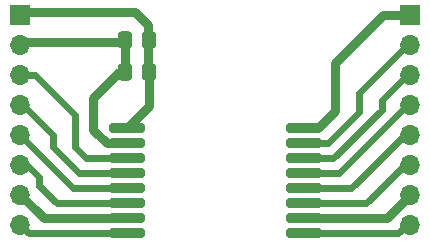
<source format=gbr>
%TF.GenerationSoftware,KiCad,Pcbnew,6.0.4-6f826c9f35~116~ubuntu20.04.1*%
%TF.CreationDate,2022-04-01T00:26:04-05:00*%
%TF.ProjectId,LoRa_ E28-2G4M27S,4c6f5261-5f20-4453-9238-2d3247344d32,rev?*%
%TF.SameCoordinates,Original*%
%TF.FileFunction,Copper,L1,Top*%
%TF.FilePolarity,Positive*%
%FSLAX46Y46*%
G04 Gerber Fmt 4.6, Leading zero omitted, Abs format (unit mm)*
G04 Created by KiCad (PCBNEW 6.0.4-6f826c9f35~116~ubuntu20.04.1) date 2022-04-01 00:26:04*
%MOMM*%
%LPD*%
G01*
G04 APERTURE LIST*
G04 Aperture macros list*
%AMRoundRect*
0 Rectangle with rounded corners*
0 $1 Rounding radius*
0 $2 $3 $4 $5 $6 $7 $8 $9 X,Y pos of 4 corners*
0 Add a 4 corners polygon primitive as box body*
4,1,4,$2,$3,$4,$5,$6,$7,$8,$9,$2,$3,0*
0 Add four circle primitives for the rounded corners*
1,1,$1+$1,$2,$3*
1,1,$1+$1,$4,$5*
1,1,$1+$1,$6,$7*
1,1,$1+$1,$8,$9*
0 Add four rect primitives between the rounded corners*
20,1,$1+$1,$2,$3,$4,$5,0*
20,1,$1+$1,$4,$5,$6,$7,0*
20,1,$1+$1,$6,$7,$8,$9,0*
20,1,$1+$1,$8,$9,$2,$3,0*%
G04 Aperture macros list end*
%TA.AperFunction,SMDPad,CuDef*%
%ADD10RoundRect,0.200000X-1.300000X-0.200000X1.300000X-0.200000X1.300000X0.200000X-1.300000X0.200000X0*%
%TD*%
%TA.AperFunction,ComponentPad*%
%ADD11O,1.700000X1.700000*%
%TD*%
%TA.AperFunction,ComponentPad*%
%ADD12R,1.700000X1.700000*%
%TD*%
%TA.AperFunction,SMDPad,CuDef*%
%ADD13RoundRect,0.250000X0.337500X0.475000X-0.337500X0.475000X-0.337500X-0.475000X0.337500X-0.475000X0*%
%TD*%
%TA.AperFunction,Conductor*%
%ADD14C,0.800000*%
%TD*%
%TA.AperFunction,Conductor*%
%ADD15C,0.600000*%
%TD*%
G04 APERTURE END LIST*
D10*
%TO.P,U1,16,GND*%
%TO.N,GND*%
X143433939Y-78410000D03*
%TO.P,U1,15,DI03*%
%TO.N,Net-(U1-Pad15)*%
X143433939Y-79680000D03*
%TO.P,U1,14,DI02*%
%TO.N,Net-(U1-Pad14)*%
X143433939Y-80950000D03*
%TO.P,U1,13,DI01*%
%TO.N,Net-(U1-Pad13)*%
X143433939Y-82220000D03*
%TO.P,U1,12,BUSY*%
%TO.N,Net-(U1-Pad12)*%
X143433939Y-83490000D03*
%TO.P,U1,11,NRESET*%
%TO.N,Net-(U1-Pad11)*%
X143433939Y-84760000D03*
%TO.P,U1,10,GND*%
%TO.N,GND*%
X143415000Y-86017679D03*
%TO.P,U1,9,TX_EN*%
%TO.N,Net-(U1-Pad9)*%
X143433939Y-87300000D03*
%TO.P,U1,8,RX_EN*%
%TO.N,Net-(J1-Pad8)*%
X128433939Y-87300000D03*
%TO.P,U1,7,GND*%
%TO.N,GND*%
X128415000Y-86017679D03*
%TO.P,U1,6,NSS_CTS*%
%TO.N,Net-(J1-Pad6)*%
X128433939Y-84760000D03*
%TO.P,U1,5,SCK_RTS*%
%TO.N,Net-(J1-Pad5)*%
X128433939Y-83490000D03*
%TO.P,U1,4,MOSI_RX*%
%TO.N,Net-(J1-Pad4)*%
X128433939Y-82220000D03*
%TO.P,U1,3,MISO_TX*%
%TO.N,Net-(J1-Pad3)*%
X128433939Y-80950000D03*
%TO.P,U1,2,GND*%
%TO.N,GND*%
X128433939Y-79680000D03*
%TO.P,U1,1,3.3V*%
%TO.N,Net-(J1-Pad1)*%
X128433939Y-78410000D03*
%TD*%
D11*
%TO.P,J2,8,Pin_8*%
%TO.N,Net-(U1-Pad9)*%
X152400000Y-86614000D03*
%TO.P,J2,7,Pin_7*%
%TO.N,GND*%
X152400000Y-84074000D03*
%TO.P,J2,6,Pin_6*%
%TO.N,Net-(U1-Pad11)*%
X152400000Y-81534000D03*
%TO.P,J2,5,Pin_5*%
%TO.N,Net-(U1-Pad12)*%
X152400000Y-78994000D03*
%TO.P,J2,4,Pin_4*%
%TO.N,Net-(U1-Pad13)*%
X152400000Y-76454000D03*
%TO.P,J2,3,Pin_3*%
%TO.N,Net-(U1-Pad14)*%
X152400000Y-73914000D03*
%TO.P,J2,2,Pin_2*%
%TO.N,Net-(U1-Pad15)*%
X152400000Y-71374000D03*
D12*
%TO.P,J2,1,Pin_1*%
%TO.N,GND*%
X152400000Y-68834000D03*
%TD*%
D11*
%TO.P,J1,8,Pin_8*%
%TO.N,Net-(J1-Pad8)*%
X119380000Y-86614000D03*
%TO.P,J1,7,Pin_7*%
%TO.N,GND*%
X119380000Y-84074000D03*
%TO.P,J1,6,Pin_6*%
%TO.N,Net-(J1-Pad6)*%
X119380000Y-81534000D03*
%TO.P,J1,5,Pin_5*%
%TO.N,Net-(J1-Pad5)*%
X119380000Y-78994000D03*
%TO.P,J1,4,Pin_4*%
%TO.N,Net-(J1-Pad4)*%
X119380000Y-76454000D03*
%TO.P,J1,3,Pin_3*%
%TO.N,Net-(J1-Pad3)*%
X119380000Y-73914000D03*
%TO.P,J1,2,Pin_2*%
%TO.N,GND*%
X119380000Y-71374000D03*
D12*
%TO.P,J1,1,Pin_1*%
%TO.N,Net-(J1-Pad1)*%
X119380000Y-68834000D03*
%TD*%
D13*
%TO.P,C2,1*%
%TO.N,Net-(J1-Pad1)*%
X130300000Y-73600000D03*
%TO.P,C2,2*%
%TO.N,GND*%
X128225000Y-73600000D03*
%TD*%
%TO.P,C1,1*%
%TO.N,Net-(J1-Pad1)*%
X130300000Y-70900000D03*
%TO.P,C1,2*%
%TO.N,GND*%
X128225000Y-70900000D03*
%TD*%
D14*
%TO.N,Net-(J1-Pad1)*%
X119100000Y-68520000D02*
X129052000Y-68520000D01*
X129052000Y-68520000D02*
X130175000Y-69643000D01*
X130175000Y-69643000D02*
X130175000Y-73475000D01*
X130175000Y-73475000D02*
X130300000Y-73600000D01*
D15*
%TO.N,Net-(U1-Pad14)*%
X143433939Y-80950000D02*
X145872000Y-80950000D01*
X145872000Y-80950000D02*
X150000000Y-76822000D01*
X150000000Y-76822000D02*
X150000000Y-76000000D01*
X150000000Y-76000000D02*
X152400000Y-73600000D01*
%TO.N,Net-(U1-Pad15)*%
X143433939Y-79680000D02*
X145420000Y-79680000D01*
X145420000Y-79680000D02*
X148082000Y-77018000D01*
X148082000Y-77018000D02*
X148082000Y-75438000D01*
X148082000Y-75438000D02*
X152400000Y-71120000D01*
X152400000Y-71120000D02*
X152400000Y-71060000D01*
%TO.N,Net-(J1-Pad3)*%
X128433939Y-80950000D02*
X124950000Y-80950000D01*
X124950000Y-80950000D02*
X124000000Y-80000000D01*
X124000000Y-80000000D02*
X124000000Y-77264000D01*
X120650000Y-73914000D02*
X119380000Y-73914000D01*
X124000000Y-77264000D02*
X120650000Y-73914000D01*
X119380000Y-73914000D02*
X119100000Y-73634000D01*
X119100000Y-73634000D02*
X119100000Y-73600000D01*
%TO.N,Net-(J1-Pad4)*%
X128433939Y-82220000D02*
X124384000Y-82220000D01*
X122174000Y-80010000D02*
X122174000Y-78994000D01*
X124384000Y-82220000D02*
X122174000Y-80010000D01*
X122174000Y-78994000D02*
X119320000Y-76140000D01*
X119320000Y-76140000D02*
X119100000Y-76140000D01*
%TO.N,Net-(J1-Pad5)*%
X128433939Y-83490000D02*
X123876000Y-83490000D01*
X123876000Y-83490000D02*
X119100000Y-78714000D01*
X119100000Y-78714000D02*
X119100000Y-78680000D01*
%TO.N,Net-(J1-Pad6)*%
X128433939Y-84760000D02*
X122460000Y-84760000D01*
X122460000Y-84760000D02*
X121000000Y-83300000D01*
X121000000Y-83300000D02*
X121000000Y-82550000D01*
X121000000Y-82550000D02*
X119670000Y-81220000D01*
X119670000Y-81220000D02*
X119100000Y-81220000D01*
D14*
%TO.N,GND*%
X143415000Y-86017679D02*
X150456321Y-86017679D01*
X150456321Y-86017679D02*
X152400000Y-84074000D01*
X152400000Y-84074000D02*
X152400000Y-83760000D01*
X152400000Y-68834000D02*
X150114000Y-68834000D01*
X150114000Y-68834000D02*
X146050000Y-72898000D01*
X146050000Y-72898000D02*
X146050000Y-76962000D01*
X146050000Y-76962000D02*
X144602000Y-78410000D01*
X144602000Y-78410000D02*
X143433939Y-78410000D01*
X128225000Y-73600000D02*
X127700000Y-73600000D01*
X125500000Y-78500000D02*
X126680000Y-79680000D01*
X127700000Y-73600000D02*
X125500000Y-75800000D01*
X125500000Y-75800000D02*
X125500000Y-78500000D01*
X126680000Y-79680000D02*
X128433939Y-79680000D01*
X128415000Y-86017679D02*
X121357679Y-86017679D01*
X121357679Y-86017679D02*
X119100000Y-83760000D01*
D15*
%TO.N,Net-(J1-Pad8)*%
X128433939Y-87300000D02*
X120100000Y-87300000D01*
X120100000Y-87300000D02*
X119100000Y-86300000D01*
D14*
%TO.N,GND*%
X128225000Y-70900000D02*
X128225000Y-73600000D01*
X128225000Y-70900000D02*
X128065000Y-71060000D01*
X128065000Y-71060000D02*
X119100000Y-71060000D01*
%TO.N,Net-(J1-Pad1)*%
X130300000Y-73600000D02*
X130300000Y-76543939D01*
X130300000Y-76543939D02*
X128433939Y-78410000D01*
D15*
%TO.N,Net-(U1-Pad13)*%
X143433939Y-82220000D02*
X146380000Y-82220000D01*
X152400000Y-76200000D02*
X152400000Y-76140000D01*
X146380000Y-82220000D02*
X152400000Y-76200000D01*
%TO.N,Net-(U1-Pad12)*%
X143433939Y-83490000D02*
X147410000Y-83490000D01*
X147410000Y-83490000D02*
X152220000Y-78680000D01*
X152220000Y-78680000D02*
X152400000Y-78680000D01*
%TO.N,Net-(U1-Pad11)*%
X143433939Y-84760000D02*
X148640000Y-84760000D01*
X148640000Y-84760000D02*
X152180000Y-81220000D01*
X152180000Y-81220000D02*
X152400000Y-81220000D01*
%TO.N,Net-(U1-Pad9)*%
X143433939Y-87300000D02*
X151400000Y-87300000D01*
X151400000Y-87300000D02*
X152400000Y-86300000D01*
D14*
%TO.N,Net-(J1-Pad1)*%
X128433939Y-78410000D02*
X127210000Y-78410000D01*
%TD*%
M02*

</source>
